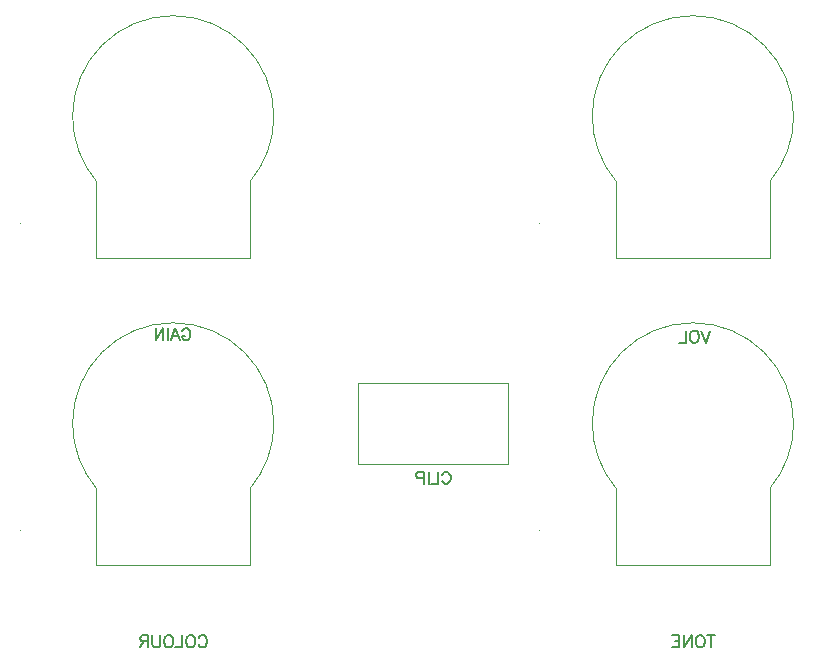
<source format=gbo>
%FSLAX46Y46*%
%MOMM*%
%ADD11C,0.050000*%
%ADD10C,0.150000*%
G01*
%LPD*%
G01*
%LPD*%
D10*
X54571428Y59348808D02*
X54952380Y60348808D01*
D10*
X54571428Y59348808D02*
X54190476Y60348808D01*
D10*
X53809524Y60301192D02*
X53714284Y60348808D01*
D10*
X53904760Y60205952D02*
X53809524Y60301192D01*
D10*
X53952380Y60110716D02*
X53904760Y60205952D01*
D10*
X54000000Y59967856D02*
X53952380Y60110716D01*
D10*
X54000000Y59729760D02*
X54000000Y59967856D01*
D10*
X53952380Y59586904D02*
X54000000Y59729760D01*
D10*
X53904760Y59491668D02*
X53952380Y59586904D01*
D10*
X53809524Y59396428D02*
X53904760Y59491668D01*
D10*
X53714284Y59348808D02*
X53809524Y59396428D01*
D10*
X53523808Y59348808D02*
X53714284Y59348808D01*
D10*
X53428572Y59396428D02*
X53523808Y59348808D01*
D10*
X53333332Y59491668D02*
X53428572Y59396428D01*
D10*
X53285716Y59586904D02*
X53333332Y59491668D01*
D10*
X53238096Y59729760D02*
X53285716Y59586904D01*
D10*
X53238096Y59967856D02*
X53238096Y59729760D01*
D10*
X53285716Y60110716D02*
X53238096Y59967856D01*
D10*
X53333332Y60205952D02*
X53285716Y60110716D01*
D10*
X53428572Y60301192D02*
X53333332Y60205952D01*
D10*
X53523808Y60348808D02*
X53428572Y60301192D01*
D10*
X53714284Y60348808D02*
X53523808Y60348808D01*
D10*
X52904760Y59348808D02*
X52904760Y60348808D01*
D10*
X52333332Y59348808D02*
X52904760Y59348808D01*
D10*
X11690476Y34405952D02*
X11642857Y34310716D01*
D10*
X11785714Y34501192D02*
X11690476Y34405952D01*
D10*
X11880952Y34548808D02*
X11785714Y34501192D01*
D10*
X12071429Y34548808D02*
X11880952Y34548808D01*
D10*
X12166667Y34501192D02*
X12071429Y34548808D01*
D10*
X12261905Y34405952D02*
X12166667Y34501192D01*
D10*
X12309524Y34310716D02*
X12261905Y34405952D01*
D10*
X12357143Y34167856D02*
X12309524Y34310716D01*
D10*
X12357143Y33929760D02*
X12357143Y34167856D01*
D10*
X12309524Y33786904D02*
X12357143Y33929760D01*
D10*
X12261905Y33691668D02*
X12309524Y33786904D01*
D10*
X12166667Y33596428D02*
X12261905Y33691668D01*
D10*
X12071429Y33548810D02*
X12166667Y33596428D01*
D10*
X11880952Y33548810D02*
X12071429Y33548810D01*
D10*
X11785714Y33596428D02*
X11880952Y33548810D01*
D10*
X11690476Y33691668D02*
X11785714Y33596428D01*
D10*
X11642857Y33786904D02*
X11690476Y33691668D01*
D10*
X11166667Y34501192D02*
X11071429Y34548808D01*
D10*
X11261905Y34405952D02*
X11166667Y34501192D01*
D10*
X11309524Y34310716D02*
X11261905Y34405952D01*
D10*
X11357143Y34167856D02*
X11309524Y34310716D01*
D10*
X11357143Y33929760D02*
X11357143Y34167856D01*
D10*
X11309524Y33786904D02*
X11357143Y33929760D01*
D10*
X11261905Y33691668D02*
X11309524Y33786904D01*
D10*
X11166667Y33596428D02*
X11261905Y33691668D01*
D10*
X11071429Y33548810D02*
X11166667Y33596428D01*
D10*
X10880952Y33548810D02*
X11071429Y33548810D01*
D10*
X10785714Y33596428D02*
X10880952Y33548810D01*
D10*
X10690476Y33691668D02*
X10785714Y33596428D01*
D10*
X10642857Y33786904D02*
X10690476Y33691668D01*
D10*
X10595238Y33929760D02*
X10642857Y33786904D01*
D10*
X10595238Y34167856D02*
X10595238Y33929760D01*
D10*
X10642857Y34310716D02*
X10595238Y34167856D01*
D10*
X10690476Y34405952D02*
X10642857Y34310716D01*
D10*
X10785714Y34501192D02*
X10690476Y34405952D01*
D10*
X10880952Y34548808D02*
X10785714Y34501192D01*
D10*
X11071429Y34548808D02*
X10880952Y34548808D01*
D10*
X10261905Y33548810D02*
X10261905Y34548808D01*
D10*
X9690476Y33548810D02*
X10261905Y33548810D01*
D10*
X9309524Y34501192D02*
X9214286Y34548808D01*
D10*
X9404762Y34405952D02*
X9309524Y34501192D01*
D10*
X9452381Y34310716D02*
X9404762Y34405952D01*
D10*
X9500000Y34167856D02*
X9452381Y34310716D01*
D10*
X9500000Y33929760D02*
X9500000Y34167856D01*
D10*
X9452381Y33786904D02*
X9500000Y33929760D01*
D10*
X9404762Y33691668D02*
X9452381Y33786904D01*
D10*
X9309524Y33596428D02*
X9404762Y33691668D01*
D10*
X9214286Y33548810D02*
X9309524Y33596428D01*
D10*
X9023810Y33548810D02*
X9214286Y33548810D01*
D10*
X8928572Y33596428D02*
X9023810Y33548810D01*
D10*
X8833334Y33691668D02*
X8928572Y33596428D01*
D10*
X8785714Y33786904D02*
X8833334Y33691668D01*
D10*
X8738095Y33929760D02*
X8785714Y33786904D01*
D10*
X8738095Y34167856D02*
X8738095Y33929760D01*
D10*
X8785714Y34310716D02*
X8738095Y34167856D01*
D10*
X8833334Y34405952D02*
X8785714Y34310716D01*
D10*
X8928572Y34501192D02*
X8833334Y34405952D01*
D10*
X9023810Y34548808D02*
X8928572Y34501192D01*
D10*
X9214286Y34548808D02*
X9023810Y34548808D01*
D10*
X8404762Y33834524D02*
X8404762Y34548808D01*
D10*
X8357143Y33691668D02*
X8404762Y33834524D01*
D10*
X8261905Y33596428D02*
X8357143Y33691668D01*
D10*
X8119047Y33548810D02*
X8261905Y33596428D01*
D10*
X8023809Y33548810D02*
X8119047Y33548810D01*
D10*
X7880952Y33596428D02*
X8023809Y33548810D01*
D10*
X7785714Y33691668D02*
X7880952Y33596428D01*
D10*
X7738095Y33834524D02*
X7785714Y33691668D01*
D10*
X7738095Y34548808D02*
X7738095Y33834524D01*
D10*
X7357143Y33548810D02*
X7357143Y34548808D01*
D10*
X6928571Y34548808D02*
X7357143Y34548808D01*
D10*
X6785714Y34501192D02*
X6928571Y34548808D01*
D10*
X6738095Y34453572D02*
X6785714Y34501192D01*
D10*
X6690476Y34358332D02*
X6738095Y34453572D01*
D10*
X6690476Y34263096D02*
X6690476Y34358332D01*
D10*
X6738095Y34167856D02*
X6690476Y34263096D01*
D10*
X6785714Y34120240D02*
X6738095Y34167856D01*
D10*
X6928571Y34072620D02*
X6785714Y34120240D01*
D10*
X7357143Y34072620D02*
X6928571Y34072620D01*
D10*
X6690476Y33548810D02*
X7023809Y34072620D01*
D10*
X32320476Y48254952D02*
X32272858Y48159716D01*
D10*
X32415714Y48350192D02*
X32320476Y48254952D01*
D10*
X32510952Y48397808D02*
X32415714Y48350192D01*
D10*
X32701428Y48397808D02*
X32510952Y48397808D01*
D10*
X32796666Y48350192D02*
X32701428Y48397808D01*
D10*
X32891904Y48254952D02*
X32796666Y48350192D01*
D10*
X32939524Y48159716D02*
X32891904Y48254952D01*
D10*
X32987142Y48016856D02*
X32939524Y48159716D01*
D10*
X32987142Y47778760D02*
X32987142Y48016856D01*
D10*
X32939524Y47635904D02*
X32987142Y47778760D01*
D10*
X32891904Y47540668D02*
X32939524Y47635904D01*
D10*
X32796666Y47445428D02*
X32891904Y47540668D01*
D10*
X32701428Y47397808D02*
X32796666Y47445428D01*
D10*
X32510952Y47397808D02*
X32701428Y47397808D01*
D10*
X32415714Y47445428D02*
X32510952Y47397808D01*
D10*
X32320476Y47540668D02*
X32415714Y47445428D01*
D10*
X32272858Y47635904D02*
X32320476Y47540668D01*
D10*
X31939524Y47397808D02*
X31939524Y48397808D01*
D10*
X31368096Y47397808D02*
X31939524Y47397808D01*
D10*
X31130000Y47397808D02*
X31130000Y48397808D01*
D10*
X30749048Y47397808D02*
X30749048Y48397808D01*
D10*
X30320476Y48397808D02*
X30749048Y48397808D01*
D10*
X30177620Y48350192D02*
X30320476Y48397808D01*
D10*
X30130000Y48302572D02*
X30177620Y48350192D01*
D10*
X30082380Y48207332D02*
X30130000Y48302572D01*
D10*
X30082380Y48064476D02*
X30082380Y48207332D01*
D10*
X30130000Y47969240D02*
X30082380Y48064476D01*
D10*
X30177620Y47921620D02*
X30130000Y47969240D01*
D10*
X30320476Y47874000D02*
X30177620Y47921620D01*
D10*
X30749048Y47874000D02*
X30320476Y47874000D01*
D10*
X10290476Y60405952D02*
X10242857Y60310716D01*
D10*
X10385714Y60501192D02*
X10290476Y60405952D01*
D10*
X10480952Y60548808D02*
X10385714Y60501192D01*
D10*
X10671429Y60548808D02*
X10480952Y60548808D01*
D10*
X10766667Y60501192D02*
X10671429Y60548808D01*
D10*
X10861905Y60405952D02*
X10766667Y60501192D01*
D10*
X10909524Y60310716D02*
X10861905Y60405952D01*
D10*
X10957143Y60167856D02*
X10909524Y60310716D01*
D10*
X10957143Y59929760D02*
X10957143Y60167856D01*
D10*
X10909524Y59786904D02*
X10957143Y59929760D01*
D10*
X10861905Y59691668D02*
X10909524Y59786904D01*
D10*
X10766667Y59596428D02*
X10861905Y59691668D01*
D10*
X10671429Y59548808D02*
X10766667Y59596428D01*
D10*
X10480952Y59548808D02*
X10671429Y59548808D01*
D10*
X10385714Y59596428D02*
X10480952Y59548808D01*
D10*
X10290476Y59691668D02*
X10385714Y59596428D01*
D10*
X10242857Y59786904D02*
X10290476Y59691668D01*
D10*
X10242857Y59929760D02*
X10242857Y59786904D01*
D10*
X10242857Y59929760D02*
X10480952Y59929760D01*
D10*
X10052381Y59548808D02*
X9671429Y60548808D01*
D10*
X9290476Y59548808D02*
X9671429Y60548808D01*
D10*
X9433333Y59882144D02*
X9909524Y59882144D01*
D10*
X9052381Y59548808D02*
X9052381Y60548808D01*
D10*
X8671428Y59548808D02*
X8671428Y60548808D01*
D10*
X8004762Y59548808D02*
X8671428Y60548808D01*
D10*
X8004762Y59548808D02*
X8004762Y60548808D01*
D10*
X55019048Y33548810D02*
X55019048Y34548808D01*
D10*
X54685716Y34548808D02*
X55352380Y34548808D01*
D10*
X54304760Y34501192D02*
X54209524Y34548808D01*
D10*
X54400000Y34405952D02*
X54304760Y34501192D01*
D10*
X54447620Y34310716D02*
X54400000Y34405952D01*
D10*
X54495240Y34167856D02*
X54447620Y34310716D01*
D10*
X54495240Y33929760D02*
X54495240Y34167856D01*
D10*
X54447620Y33786904D02*
X54495240Y33929760D01*
D10*
X54400000Y33691668D02*
X54447620Y33786904D01*
D10*
X54304760Y33596428D02*
X54400000Y33691668D01*
D10*
X54209524Y33548810D02*
X54304760Y33596428D01*
D10*
X54019048Y33548810D02*
X54209524Y33548810D01*
D10*
X53923808Y33596428D02*
X54019048Y33548810D01*
D10*
X53828572Y33691668D02*
X53923808Y33596428D01*
D10*
X53780952Y33786904D02*
X53828572Y33691668D01*
D10*
X53733332Y33929760D02*
X53780952Y33786904D01*
D10*
X53733332Y34167856D02*
X53733332Y33929760D01*
D10*
X53780952Y34310716D02*
X53733332Y34167856D01*
D10*
X53828572Y34405952D02*
X53780952Y34310716D01*
D10*
X53923808Y34501192D02*
X53828572Y34405952D01*
D10*
X54019048Y34548808D02*
X53923808Y34501192D01*
D10*
X54209524Y34548808D02*
X54019048Y34548808D01*
D10*
X53400000Y33548810D02*
X53400000Y34548808D01*
D10*
X52733332Y33548810D02*
X53400000Y34548808D01*
D10*
X52733332Y33548810D02*
X52733332Y34548808D01*
D10*
X52352380Y33548810D02*
X52352380Y34548808D01*
D10*
X51733332Y34548808D02*
X52352380Y34548808D01*
D10*
X51971428Y34072620D02*
X52352380Y34072620D01*
D10*
X51733332Y33548810D02*
X52352380Y33548810D01*
D11*
X16025000Y66475000D02*
X2975000Y66475000D01*
D11*
X16025000Y73000000D02*
X16025000Y66475000D01*
D11*
X-3500000Y69500000D02*
X-3500000Y69500000D01*
D11*
X2975000Y66475000D02*
X2975000Y73000000D01*
D11*
X60025000Y40475000D02*
X46975000Y40475000D01*
D11*
X60025000Y47000000D02*
X60025000Y40475000D01*
D11*
X40500000Y43500000D02*
X40500000Y43500000D01*
D11*
X46975000Y40475000D02*
X46975000Y47000000D01*
D11*
X16025000Y40475000D02*
X2975000Y40475000D01*
D11*
X16025000Y47000000D02*
X16025000Y40475000D01*
D11*
X-3500000Y43500000D02*
X-3500000Y43500000D01*
D11*
X2975000Y40475000D02*
X2975000Y47000000D01*
D11*
X25125000Y49075000D02*
X37875000Y49075000D01*
D11*
X25125000Y55925000D02*
X25125000Y49075000D01*
D11*
X37875000Y49075000D02*
X37875000Y55925000D01*
D11*
X37875000Y55925000D02*
X25125000Y55925000D01*
D11*
X60025000Y66475000D02*
X46975000Y66475000D01*
D11*
X60025000Y73000000D02*
X60025000Y66475000D01*
D11*
X40500000Y69500000D02*
X40500000Y69500000D01*
D11*
X46975000Y66475000D02*
X46975000Y73000000D01*
G75*
D11*
G02*
X975000Y78500000D02*
X18025000Y78500000I8525000J0D01*
D11*
G02*
X18025000Y78500000D02*
X16018276Y73005668I-8525000J1D01*
D11*
G02*
X3000000Y73000000D02*
X985307Y78500000I6500000J5499999D01*
D11*
G02*
X44975000Y52500000D02*
X62025000Y52500000I8525000J0D01*
D11*
G02*
X62025000Y52500000D02*
X60018276Y47005668I-8525000J1D01*
D11*
G02*
X47000000Y47000000D02*
X44985307Y52500000I6500000J5499999D01*
D11*
G02*
X975000Y52500000D02*
X18025000Y52500000I8525000J0D01*
D11*
G02*
X18025000Y52500000D02*
X16018276Y47005668I-8525000J1D01*
D11*
G02*
X3000000Y47000000D02*
X985307Y52500000I6500000J5499999D01*
D11*
G02*
X44975000Y78500000D02*
X62025000Y78500000I8525000J0D01*
D11*
G02*
X62025000Y78500000D02*
X60018276Y73005668I-8525000J1D01*
D11*
G02*
X47000000Y73000000D02*
X44985307Y78500000I6500000J5499999D01*
M02*

</source>
